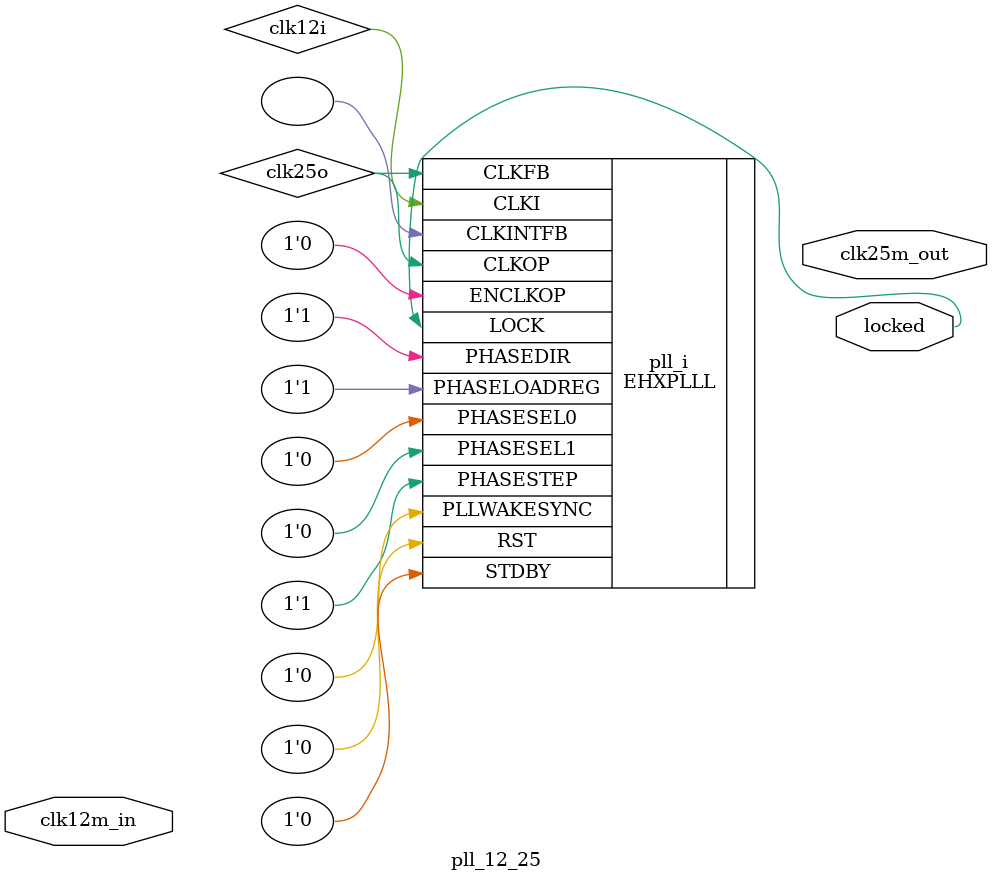
<source format=v>
module pll_12_25
(
    input clk12m_in, // 12 MHz, 0 deg
    output clk25m_out, // 24 MHz, 0 deg
    output locked
);

`ifndef verilator
(* FREQUENCY_PIN_CLKI="12" *)
(* FREQUENCY_PIN_CLKOP="24" *)
(* ICP_CURRENT="12" *) (* LPF_RESISTOR="8" *) (* MFG_ENABLE_FILTEROPAMP="1" *) (* MFG_GMCREF_SEL="2" *)
EHXPLLL #(
        .PLLRST_ENA("DISABLED"),
        .INTFB_WAKE("DISABLED"),
        .STDBY_ENABLE("DISABLED"),
        .DPHASE_SOURCE("DISABLED"),
        .OUTDIVIDER_MUXA("DIVA"),
        .OUTDIVIDER_MUXB("DIVB"),
        .OUTDIVIDER_MUXC("DIVC"),
        .OUTDIVIDER_MUXD("DIVD"),
        .CLKI_DIV(1),
        .CLKOP_ENABLE("ENABLED"),
        .CLKOP_DIV(25),
        .CLKOP_CPHASE(12),
        .CLKOP_FPHASE(0),
        .FEEDBK_PATH("CLKOP"),
        .CLKFB_DIV(2)
    ) pll_i (
        .RST(1'b0),
        .STDBY(1'b0),
        .CLKI(clk12i),
        .CLKOP(clk25o),
        .CLKFB(clk25o),
        .CLKINTFB(),
        .PHASESEL0(1'b0),
        .PHASESEL1(1'b0),
        .PHASEDIR(1'b1),
        .PHASESTEP(1'b1),
        .PHASELOADREG(1'b1),
        .PLLWAKESYNC(1'b0),
        .ENCLKOP(1'b0),
        .LOCK(locked)
	);
`endif

endmodule

</source>
